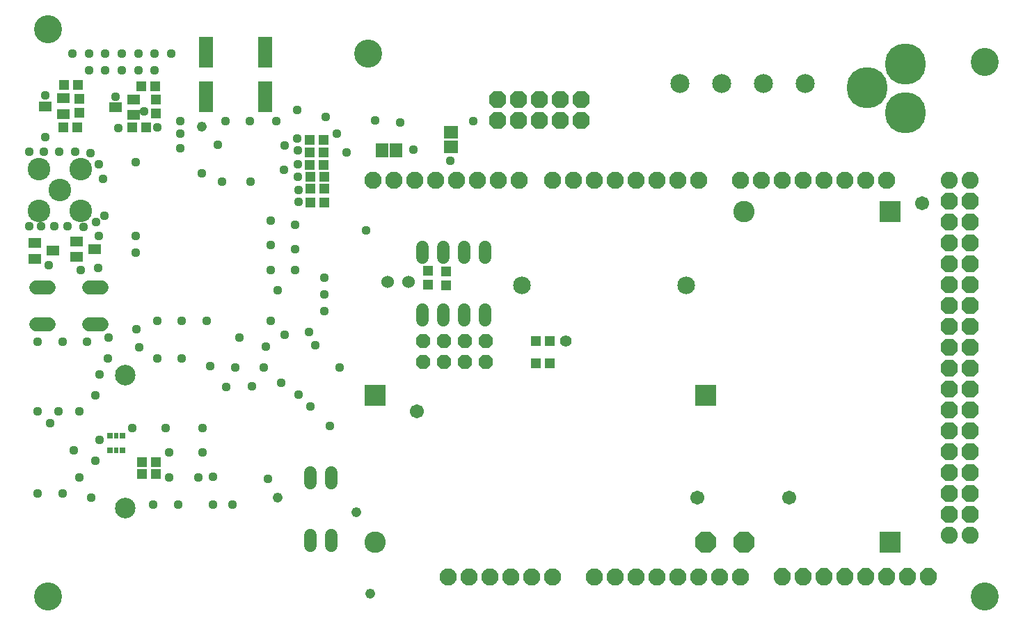
<source format=gbs>
G75*
%MOIN*%
%OFA0B0*%
%FSLAX24Y24*%
%IPPOS*%
%LPD*%
%AMOC8*
5,1,8,0,0,1.08239X$1,22.5*
%
%ADD10C,0.1340*%
%ADD11R,0.0277X0.0277*%
%ADD12R,0.0237X0.0277*%
%ADD13R,0.0493X0.0505*%
%ADD14R,0.1025X0.1025*%
%ADD15OC8,0.1025*%
%ADD16C,0.1025*%
%ADD17R,0.0474X0.0513*%
%ADD18R,0.0513X0.0474*%
%ADD19R,0.0710X0.1458*%
%ADD20C,0.1080*%
%ADD21R,0.0631X0.0474*%
%ADD22C,0.0680*%
%ADD23C,0.0600*%
%ADD24C,0.0848*%
%ADD25C,0.0600*%
%ADD26OC8,0.0680*%
%ADD27C,0.0820*%
%ADD28OC8,0.0820*%
%ADD29C,0.1970*%
%ADD30R,0.0671X0.0592*%
%ADD31R,0.0592X0.0671*%
%ADD32C,0.0986*%
%ADD33C,0.0907*%
%ADD34OC8,0.0780*%
%ADD35C,0.0437*%
%ADD36C,0.0476*%
%ADD37C,0.0671*%
%ADD38C,0.0555*%
D10*
X005855Y051425D03*
X021209Y077409D03*
X005855Y078590D03*
X050737Y077015D03*
X050737Y051425D03*
D11*
X009414Y058405D03*
X008823Y058405D03*
X008823Y059114D03*
X009414Y059114D03*
D12*
X009119Y059114D03*
X009119Y058405D03*
D13*
X010349Y057826D03*
X010353Y057283D03*
X011042Y057283D03*
X011038Y057826D03*
D14*
X021524Y061031D03*
X037351Y061031D03*
X046190Y054000D03*
X046190Y069826D03*
D15*
X039182Y054000D03*
X037351Y054023D03*
D16*
X039182Y069826D03*
X021524Y054023D03*
D17*
X029221Y062582D03*
X029890Y062582D03*
X029910Y063634D03*
X029241Y063634D03*
X019056Y072078D03*
X019052Y072669D03*
X019068Y073279D03*
X018398Y073279D03*
X018383Y072669D03*
X018386Y072078D03*
X011005Y075842D03*
X010335Y075842D03*
X010560Y073862D03*
X009890Y073862D03*
X007280Y073878D03*
X006611Y073878D03*
X006638Y075921D03*
X007308Y075921D03*
D18*
X007351Y075240D03*
X007351Y074571D03*
X011044Y074527D03*
X011044Y075197D03*
X018426Y071508D03*
X018422Y070948D03*
X018423Y070289D03*
X019093Y070289D03*
X019091Y070948D03*
X019095Y071508D03*
X024048Y067011D03*
X024048Y066342D03*
X024945Y066315D03*
X024945Y066984D03*
D19*
X016280Y075334D03*
X016280Y077460D03*
X013438Y077476D03*
X013438Y075350D03*
D20*
X007438Y071885D03*
X006438Y070885D03*
X007438Y069885D03*
X005438Y069885D03*
X005438Y071885D03*
D21*
X006611Y074511D03*
X006611Y075260D03*
X005745Y074885D03*
X009107Y074846D03*
X009973Y074472D03*
X009973Y075220D03*
X007217Y068413D03*
X007217Y067665D03*
X008083Y068039D03*
X006095Y067960D03*
X005229Y067586D03*
X005229Y068334D03*
D22*
X005283Y066216D02*
X005883Y066216D01*
X005883Y064436D02*
X005283Y064436D01*
X007843Y064436D02*
X008443Y064436D01*
X008443Y066216D02*
X007843Y066216D01*
D23*
X018426Y057358D02*
X018426Y056838D01*
X019426Y056838D02*
X019426Y057358D01*
X019426Y054358D02*
X019426Y053838D01*
X018426Y053838D02*
X018426Y054358D01*
X023792Y064633D02*
X023792Y065153D01*
X024792Y065153D02*
X024792Y064633D01*
X025792Y064633D02*
X025792Y065153D01*
X026792Y065153D02*
X026792Y064633D01*
X026792Y067633D02*
X026792Y068153D01*
X025792Y068153D02*
X025792Y067633D01*
X024792Y067633D02*
X024792Y068153D01*
X023792Y068153D02*
X023792Y067633D01*
D24*
X028560Y066299D03*
X036434Y066299D03*
D25*
X023131Y066480D03*
X022131Y066480D03*
D26*
X023843Y063630D03*
X023843Y062630D03*
X024843Y062630D03*
X024843Y063630D03*
X025843Y063630D03*
X026843Y063630D03*
X026843Y062630D03*
X025843Y062630D03*
X049036Y062354D03*
X049036Y061354D03*
X049036Y060354D03*
X049036Y059354D03*
X049036Y058354D03*
X049036Y057354D03*
X049036Y056354D03*
X049036Y055354D03*
X049036Y054354D03*
X050036Y054354D03*
X050036Y055354D03*
X050036Y056354D03*
X050036Y057354D03*
X050036Y058354D03*
X050036Y059354D03*
X050036Y060354D03*
X050036Y061354D03*
X050036Y062354D03*
X050036Y063354D03*
X050036Y064354D03*
X050036Y065354D03*
X050036Y066354D03*
X050036Y067354D03*
X049036Y067354D03*
X049036Y066354D03*
X049036Y065354D03*
X049036Y064354D03*
X049036Y063354D03*
X049036Y068354D03*
X049036Y069354D03*
X049036Y070354D03*
X049036Y071354D03*
X050036Y071354D03*
X050036Y070354D03*
X050036Y069354D03*
X050036Y068354D03*
D27*
X050032Y071354D03*
X049032Y071354D03*
X046032Y071354D03*
X045032Y071354D03*
X044032Y071354D03*
X043032Y071354D03*
X042032Y071354D03*
X041032Y071354D03*
X040032Y071354D03*
X039032Y071354D03*
X037032Y071354D03*
X036032Y071354D03*
X035032Y071354D03*
X034032Y071354D03*
X033032Y071354D03*
X032032Y071354D03*
X031032Y071354D03*
X030032Y071354D03*
X028432Y071354D03*
X027432Y071354D03*
X026432Y071354D03*
X025432Y071354D03*
X024432Y071354D03*
X023432Y071354D03*
X022432Y071354D03*
X021432Y071354D03*
X025032Y052354D03*
X026032Y052354D03*
X027032Y052354D03*
X028032Y052354D03*
X029032Y052354D03*
X030032Y052354D03*
X032032Y052354D03*
X033032Y052354D03*
X034032Y052354D03*
X035032Y052354D03*
X036032Y052354D03*
X037032Y052354D03*
X038032Y052354D03*
X039032Y052354D03*
X041032Y052354D03*
X042032Y052354D03*
X043032Y052354D03*
X044032Y052354D03*
X045032Y052354D03*
X046032Y052354D03*
X047032Y052354D03*
X048032Y052354D03*
X049032Y054354D03*
X050032Y054354D03*
D28*
X050032Y055354D03*
X050032Y056354D03*
X050032Y057354D03*
X050032Y058354D03*
X049032Y058354D03*
X049032Y057354D03*
X049032Y056354D03*
X049032Y055354D03*
X049032Y059354D03*
X049032Y060354D03*
X049032Y061354D03*
X049032Y062354D03*
X049032Y063354D03*
X049032Y064354D03*
X049032Y065354D03*
X049032Y066354D03*
X049032Y067354D03*
X049032Y068354D03*
X049032Y069354D03*
X049032Y070354D03*
X050032Y070354D03*
X050032Y069354D03*
X050032Y068354D03*
X050032Y067354D03*
X050032Y066354D03*
X050032Y065354D03*
X050032Y064354D03*
X050032Y063354D03*
X050032Y062354D03*
X050032Y061354D03*
X050032Y060354D03*
X050032Y059354D03*
X031398Y074193D03*
X031398Y075193D03*
X030398Y075193D03*
X030398Y074193D03*
X029398Y074193D03*
X029398Y075193D03*
X028398Y075193D03*
X028398Y074193D03*
X027398Y074193D03*
X027398Y075193D03*
D29*
X045095Y075771D03*
X046945Y076913D03*
X046945Y074590D03*
D30*
X025154Y073626D03*
X025154Y072956D03*
D31*
X022536Y072791D03*
X021867Y072791D03*
D32*
X009574Y062002D03*
X009570Y055644D03*
D33*
X036119Y075992D03*
X038119Y075992D03*
X040127Y075992D03*
X042123Y075980D03*
D34*
X042032Y071354D03*
X041032Y071354D03*
X040032Y071354D03*
X039032Y071354D03*
X037032Y071354D03*
X036032Y071354D03*
X035032Y071354D03*
X034032Y071354D03*
X033032Y071354D03*
X032032Y071354D03*
X031032Y071354D03*
X030032Y071354D03*
X028430Y071358D03*
X027430Y071358D03*
X026430Y071358D03*
X025430Y071358D03*
X024430Y071358D03*
X023430Y071358D03*
X022430Y071358D03*
X021430Y071358D03*
X025032Y052358D03*
X026032Y052358D03*
X027032Y052358D03*
X028032Y052358D03*
X029032Y052358D03*
X030032Y052358D03*
X032032Y052358D03*
X033032Y052358D03*
X034032Y052358D03*
X035032Y052358D03*
X036032Y052358D03*
X037032Y052358D03*
X038032Y052358D03*
X039032Y052358D03*
X041044Y052366D03*
X042044Y052366D03*
X043044Y052366D03*
X044044Y052366D03*
X045044Y052366D03*
X046044Y052366D03*
X047044Y052366D03*
X048044Y052366D03*
X046032Y071354D03*
X045032Y071354D03*
X044032Y071354D03*
X043032Y071354D03*
D35*
X026229Y074181D03*
X025146Y072291D03*
X023375Y072803D03*
X022745Y074102D03*
X021524Y074220D03*
X020162Y072669D03*
X019713Y073590D03*
X019162Y074378D03*
X017784Y074704D03*
X017784Y073354D03*
X017823Y072763D03*
X017823Y072094D03*
X017823Y071504D03*
X017863Y070874D03*
X017863Y070323D03*
X017705Y069220D03*
X017705Y068039D03*
X017705Y067055D03*
X016524Y067055D03*
X016879Y066071D03*
X016540Y064598D03*
X017194Y063952D03*
X016292Y063389D03*
X016194Y062366D03*
X015634Y061460D03*
X014816Y062366D03*
X014394Y061452D03*
X013646Y062429D03*
X012268Y062823D03*
X011087Y062823D03*
X010221Y063334D03*
X010103Y064200D03*
X011087Y064594D03*
X012268Y064594D03*
X013449Y064594D03*
X015024Y063807D03*
X017020Y061657D03*
X017863Y061071D03*
X018414Y060519D03*
X019359Y059574D03*
X019831Y062370D03*
X018650Y063433D03*
X018375Y064063D03*
X019083Y065086D03*
X019083Y065874D03*
X019083Y066661D03*
X016524Y068236D03*
X016524Y069417D03*
X015579Y071267D03*
X014201Y071267D03*
X013217Y071661D03*
X014005Y073039D03*
X014359Y074181D03*
X015540Y074181D03*
X016800Y074181D03*
X017194Y073000D03*
X017154Y071858D03*
X021091Y068945D03*
X013253Y059476D03*
X013253Y058295D03*
X013056Y057114D03*
X013768Y057134D03*
X013768Y055795D03*
X014709Y055815D03*
X016406Y057055D03*
X012111Y055815D03*
X011678Y057114D03*
X011678Y058295D03*
X011481Y059476D03*
X009906Y059476D03*
X008335Y058905D03*
X008134Y057901D03*
X007347Y057114D03*
X007938Y056130D03*
X006560Y056326D03*
X005379Y056326D03*
X007091Y058405D03*
X005973Y059693D03*
X006363Y060263D03*
X007347Y060263D03*
X008134Y061051D03*
X008331Y062035D03*
X008725Y062823D03*
X008772Y063799D03*
X007741Y063610D03*
X006560Y063610D03*
X005379Y063610D03*
X005379Y060263D03*
X005894Y067291D03*
X007430Y067055D03*
X008257Y067134D03*
X008296Y068669D03*
X008178Y069338D03*
X008571Y069653D03*
X007548Y069102D03*
X006800Y069141D03*
X006170Y069141D03*
X005540Y069141D03*
X004949Y069141D03*
X004949Y072724D03*
X005658Y072724D03*
X005737Y073393D03*
X006406Y072724D03*
X007154Y072724D03*
X007902Y072645D03*
X008296Y072094D03*
X008493Y071425D03*
X010071Y072220D03*
X009241Y073826D03*
X009107Y075354D03*
X009398Y076622D03*
X009398Y077409D03*
X010186Y077409D03*
X010973Y077409D03*
X010973Y076622D03*
X010186Y076622D03*
X008611Y076622D03*
X008611Y077409D03*
X007823Y077409D03*
X007823Y076622D03*
X007036Y077409D03*
X005737Y075401D03*
X010068Y068669D03*
X010064Y067889D03*
X012194Y072882D03*
X012194Y073590D03*
X012194Y074181D03*
X011091Y073866D03*
X010461Y074653D03*
X011760Y077409D03*
X010890Y055815D03*
D36*
X016879Y056149D03*
X020619Y055441D03*
X021288Y051543D03*
X013217Y073905D03*
D37*
X023532Y060283D03*
X036957Y056149D03*
X041367Y056149D03*
X047745Y070244D03*
D38*
X030658Y063630D03*
M02*

</source>
